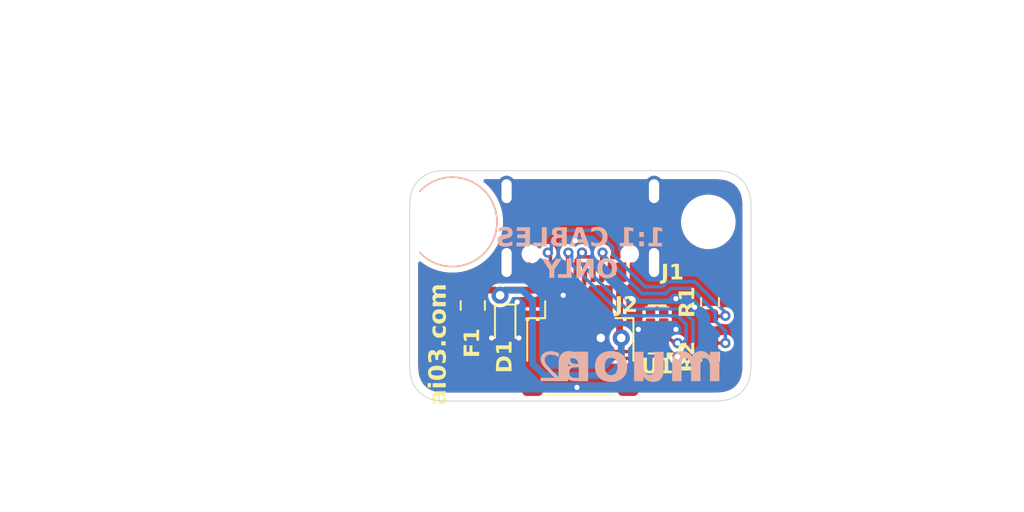
<source format=kicad_pcb>
(kicad_pcb (version 20241229) (generator "pcbnew") (generator_version "9.0")
  (layers (0 "F.Cu" signal) (2 "B.Cu" signal) (13 "F.Paste" user) (15 "B.Paste" user) (5 "F.SilkS" user "F.Silkscreen") (7 "B.SilkS" user "B.Silkscreen") (1 "F.Mask" user) (3 "B.Mask" user) (25 "Edge.Cuts" user))
  (net 0 "")
  (net 1 "+5V")
  (net 2 "GND")
  (net 3 "VBUS")
  (net 4 "CC2")
  (net 5 "D-")
  (net 6 "D+")
  (net 7 "CC1")
  (footprint "Diode_SMD:D_SOD-523" (layer "F.Cu") (at 69.6 59.1 -90)
    (property "Reference" "D1" (at 1.8 0 90) (layer "F.SilkS") (effects (font (size 0.9 0.9) (thickness 0.18) (bold yes))))
    (property "Value" "ESD5Z5V0")
    (fp_line (start 0.7 0.6) (end -1.26 0.6) (stroke (width 0.12)) (layer "F.SilkS"))
    (fp_line (start -1.26 -0.6) (end -1.26 0.6) (stroke (width 0.12)) (layer "F.SilkS"))
    (fp_line (start 0.7 -0.6) (end -1.26 -0.6) (stroke (width 0.12)) (layer "F.SilkS"))
    (pad "1" smd roundrect (at -0.7 0 90) (size 0.6 0.7) (layers "F.Cu" "F.Mask" "F.Paste") (net 1 "+5V"))
    (pad "2" smd roundrect (at 0.7 0 90) (size 0.6 0.7) (layers "F.Cu" "F.Mask" "F.Paste") (net 2 "GND"))
  )
  (footprint "Resistor_SMD:R_0603_1608Metric" (layer "F.Cu") (at 81.6 60.9 -90)
    (property "Reference" "R2" (at 0 1.3 90) (layer "F.SilkS") (effects (font (size 0.9 0.9) (thickness 0.18) (bold yes))))
    (property "Value" "5.1k")
    (fp_line (start -0.237258 0.5225) (end 0.237258 0.5225) (stroke (width 0.12)) (layer "F.SilkS"))
    (fp_line (start -0.237258 -0.5225) (end 0.237258 -0.5225) (stroke (width 0.12)) (layer "F.SilkS"))
    (pad "1" smd roundrect (at -0.825 0 270) (size 0.8 0.95) (layers "F.Cu" "F.Mask" "F.Paste") (net 7 "CC1"))
    (pad "2" smd roundrect (at 0.825 0 270) (size 0.8 0.95) (layers "F.Cu" "F.Mask" "F.Paste") (net 2 "GND"))
  )
  (footprint "Resistor_SMD:R_0603_1608Metric" (layer "F.Cu") (at 81.6 57.7 90)
    (property "Reference" "R1" (at 0 -1.3 90) (layer "F.SilkS") (effects (font (size 0.9 0.9) (thickness 0.18) (bold yes))))
    (property "Value" "5.1k")
    (fp_line (start -0.237258 -0.5225) (end 0.237258 -0.5225) (stroke (width 0.12)) (layer "F.SilkS"))
    (fp_line (start -0.237258 0.5225) (end 0.237258 0.5225) (stroke (width 0.12)) (layer "F.SilkS"))
    (pad "1" smd roundrect (at -0.825 0 90) (size 0.8 0.95) (layers "F.Cu" "F.Mask" "F.Paste") (net 4 "CC2"))
    (pad "2" smd roundrect (at 0.825 0 90) (size 0.8 0.95) (layers "F.Cu" "F.Mask" "F.Paste") (net 2 "GND"))
  )
  (footprint "locallib:MountingHole-M2.5-Simple" (layer "F.Cu") (at 81.5 53)
    (property "Reference" "MH1")
    (property "Value" "Pad-M2.5")
    (pad "" np_thru_hole circle (at 0 0) (size 2.7 2.7) (drill 2.7) (layers "*.Cu" "*.Mask"))
  )
  (footprint "locallib:MountingHole-M2.5-Simple" (layer "F.Cu") (at 66.5 53)
    (property "Reference" "MH2")
    (property "Value" "Pad-M2.5")
    (pad "" np_thru_hole circle (at 0 0) (size 2.7 2.7) (drill 2.7) (layers "*.Cu" "*.Mask") (clearance 1.625))
  )
  (footprint "Fuse:Fuse_0805_2012Metric" (layer "F.Cu") (at 67.7 57.9 -90)
    (property "Reference" "F1" (at 2.2 0 90) (layer "F.SilkS") (effects (font (size 0.9 0.9) (thickness 0.2) (bold yes))))
    (property "Value" "SMD0805-100-16")
    (fp_line (start -0.258578 0.71) (end 0.258578 0.71) (stroke (width 0.12)) (layer "F.SilkS"))
    (fp_line (start -0.258578 -0.71) (end 0.258578 -0.71) (stroke (width 0.12)) (layer "F.SilkS"))
    (pad "1" smd roundrect (at -0.9375 0 270) (size 0.975 1.4) (layers "F.Cu" "F.Mask" "F.Paste") (net 3 "VBUS"))
    (pad "2" smd roundrect (at 0.9375 0 270) (size 0.975 1.4) (layers "F.Cu" "F.Mask" "F.Paste") (net 1 "+5V"))
  )
  (footprint "Package_SON:USON-10_2.5x1.0mm_P0.5mm" (layer "F.Cu") (at 78.5 59.3 180)
    (property "Reference" "U1" (at 0 -2.2 0) (layer "F.SilkS") (effects (font (size 0.9 0.9) (thickness 0.18) (bold yes))))
    (property "Value" "TPD4E05U06DQA")
    (fp_line (start 0.5 1.41) (end -0.5 1.41) (stroke (width 0.12)) (layer "F.SilkS"))
    (fp_line (start 0.5 -1.41) (end -0.29 -1.41) (stroke (width 0.12)) (layer "F.SilkS"))
    (fp_poly (pts (xy -0.62 -1.41) (xy -0.9 -1.41) (xy -0.62 -1.69) (xy -0.62 -1.41)) (stroke (width 0.12)) (fill yes) (layer "F.SilkS"))
    (pad "1" smd roundrect (at -0.385 -1 90) (size 0.3 0.55) (layers "F.Cu" "F.Mask" "F.Paste") (net 5 "D-"))
    (pad "2" smd roundrect (at -0.385 -0.5 90) (size 0.3 0.55) (layers "F.Cu" "F.Mask" "F.Paste") (net 6 "D+"))
    (pad "3" smd roundrect (at -0.385 0 90) (size 0.3 0.55) (layers "F.Cu" "F.Mask" "F.Paste") (net 2 "GND"))
    (pad "4" smd roundrect (at -0.385 0.5 90) (size 0.3 0.55) (layers "F.Cu" "F.Mask" "F.Paste"))
    (pad "5" smd roundrect (at -0.385 1 90) (size 0.3 0.55) (layers "F.Cu" "F.Mask" "F.Paste"))
    (pad "6" smd roundrect (at 0.385 1 90) (size 0.3 0.55) (layers "F.Cu" "F.Mask" "F.Paste"))
    (pad "7" smd roundrect (at 0.385 0.5 90) (size 0.3 0.55) (layers "F.Cu" "F.Mask" "F.Paste"))
    (pad "8" smd roundrect (at 0.385 0 90) (size 0.3 0.55) (layers "F.Cu" "F.Mask" "F.Paste") (net 2 "GND"))
    (pad "9" smd roundrect (at 0.385 -0.5 90) (size 0.3 0.55) (layers "F.Cu" "F.Mask" "F.Paste"))
    (pad "10" smd roundrect (at 0.385 -1 90) (size 0.3 0.55) (layers "F.Cu" "F.Mask" "F.Paste"))
  )
  (footprint "locallib:HRO-TYPE-C-31-M-12-Assembly-Minimal" (layer "F.Cu") (at 74 48.6 180)
    (property "Reference" "J1" (at -5.4 -7.4 180) (layer "F.SilkS") (effects (font (size 0.9 0.9) (thickness 0.2) (bold yes))))
    (property "Value" "HRO_TYPE-C-31-M-12")
    (pad "" np_thru_hole circle (at -2.89 -6.28 180) (size 0.6 0.6) (drill 0.6) (layers "*.Cu" "*.Mask"))
    (pad "" np_thru_hole circle (at 2.89 -6.28 180) (size 0.6 0.6) (drill 0.6) (layers "*.Cu" "*.Mask"))
    (pad "A1" smd roundrect (at -3.2 -7.35 180) (size 0.6 1.15) (layers "F.Cu" "F.Mask" "F.Paste") (roundrect_rratio 0.08333333333) (net 2 "GND"))
    (pad "A4" smd roundrect (at -2.4 -7.35 180) (size 0.6 1.15) (layers "F.Cu" "F.Mask" "F.Paste") (roundrect_rratio 0.08333333333) (net 3 "VBUS"))
    (pad "A5" smd roundrect (at -1.25 -7.35 180) (size 0.3 1.15) (layers "F.Cu" "F.Mask" "F.Paste") (roundrect_rratio 0.1666666667) (net 7 "CC1"))
    (pad "A6" smd roundrect (at -0.25 -7.35 180) (size 0.3 1.15) (layers "F.Cu" "F.Mask" "F.Paste") (roundrect_rratio 0.1666666667) (net 6 "D+"))
    (pad "A7" smd roundrect (at 0.25 -7.35 180) (size 0.3 1.15) (layers "F.Cu" "F.Mask" "F.Paste") (roundrect_rratio 0.1666666667) (net 5 "D-"))
    (pad "A8" smd roundrect (at 1.25 -7.35 180) (size 0.3 1.15) (layers "F.Cu" "F.Mask" "F.Paste") (roundrect_rratio 0.1666666667))
    (pad "A9" smd roundrect (at 2.4 -7.35 180) (size 0.6 1.15) (layers "F.Cu" "F.Mask" "F.Paste") (roundrect_rratio 0.08333333333) (net 3 "VBUS"))
    (pad "A12" smd roundrect (at 3.2 -7.35 180) (size 0.6 1.15) (layers "F.Cu" "F.Mask" "F.Paste") (roundrect_rratio 0.08333333333) (net 2 "GND"))
    (pad "B5" smd roundrect (at 1.75 -7.35 180) (size 0.3 1.15) (layers "F.Cu" "F.Mask" "F.Paste") (roundrect_rratio 0.1666666667) (net 4 "CC2"))
    (pad "B6" smd roundrect (at 0.75 -7.35 180) (size 0.3 1.15) (layers "F.Cu" "F.Mask" "F.Paste") (roundrect_rratio 0.1666666667) (net 6 "D+"))
    (pad "B7" smd roundrect (at -0.75 -7.35 180) (size 0.3 1.15) (layers "F.Cu" "F.Mask" "F.Paste") (roundrect_rratio 0.1666666667) (net 5 "D-"))
    (pad "B8" smd roundrect (at -1.75 -7.35 180) (size 0.3 1.15) (layers "F.Cu" "F.Mask" "F.Paste") (roundrect_rratio 0.1666666667))
    (pad "S1" thru_hole oval (at -4.32 -6.78 180) (size 1 2.1) (drill oval 0.6 1.7) (layers "*.Cu" "*.Mask") (net 2 "GND"))
    (pad "S1" thru_hole oval (at -4.32 -2.6 180) (size 1 1.8) (drill oval 0.6 1.4) (layers "*.Cu" "*.Mask") (net 2 "GND"))
    (pad "S1" thru_hole oval (at 4.32 -6.78 180) (size 1 2.1) (drill oval 0.6 1.7) (layers "*.Cu" "*.Mask") (net 2 "GND"))
    (pad "S1" thru_hole oval (at 4.32 -2.6 180) (size 1 1.8) (drill oval 0.6 1.4) (layers "*.Cu" "*.Mask") (net 2 "GND"))
  )
  (footprint "locallib:JST_SH_SM04B-SRSS-TB_1x04-1MP_P1.00mm_Horizontal_SmallerPads" (layer "F.Cu") (at 74 60.425)
    (property "Reference" "J2" (at 2.7 -2.525 0) (layer "F.SilkS") (effects (font (size 0.9 0.9) (thickness 0.18) (bold yes))))
    (property "Value" "SM04B-SRSS-TB")
    (fp_line (start -3.11 -1.785) (end -2.06 -1.785) (stroke (width 0.12)) (layer "F.SilkS"))
    (fp_line (start -3.11 0.715) (end -3.11 -1.785) (stroke (width 0.12)) (layer "F.SilkS"))
    (fp_line (start -2.06 -1.785) (end -2.06 -2.775) (stroke (width 0.12)) (layer "F.SilkS"))
    (fp_line (start -1.94 2.685) (end 1.94 2.685) (stroke (width 0.12)) (layer "F.SilkS"))
    (fp_line (start 3.11 -1.785) (end 2.06 -1.785) (stroke (width 0.12)) (layer "F.SilkS"))
    (fp_line (start 3.11 0.715) (end 3.11 -1.785) (stroke (width 0.12)) (layer "F.SilkS"))
    (pad "1" smd roundrect (at -1.5 -1.95) (size 0.6 1.45) (layers "F.Cu" "F.Mask" "F.Paste") (net 1 "+5V"))
    (pad "2" smd roundrect (at -0.5 -1.95) (size 0.6 1.45) (layers "F.Cu" "F.Mask" "F.Paste") (net 5 "D-"))
    (pad "3" smd roundrect (at 0.5 -1.95) (size 0.6 1.45) (layers "F.Cu" "F.Mask" "F.Paste") (net 6 "D+"))
    (pad "4" smd roundrect (at 1.5 -1.95) (size 0.6 1.45) (layers "F.Cu" "F.Mask" "F.Paste") (net 2 "GND"))
    (pad "MP" smd roundrect (at -2.8 1.875) (size 1.2 1.8) (layers "F.Cu" "F.Mask" "F.Paste") (roundrect_rratio 0.208333) (net 2 "GND"))
    (pad "MP" smd roundrect (at 2.8 1.875) (size 1.2 1.8) (layers "F.Cu" "F.Mask" "F.Paste") (roundrect_rratio 0.208333) (net 2 "GND"))
  )
  (gr_arc (start 64.6 51.2) (mid 69.11725 52.999999) (end 64.600001 54.800001) (stroke (width 0.1)) (layer "F.SilkS"))
  (gr_arc (start 64.600001 51.199999) (mid 69.11725 53.000001) (end 64.6 54.8) (stroke (width 0.1)) (layer "B.SilkS"))
  (gr_curve (pts (xy 64 52.3625) (xy 64 52.01475) (xy 64 51.673825) (xy 64.08865 51.340243)) (stroke (width 0.05)) (layer "Edge.Cuts"))
  (gr_curve (pts (xy 82.659757 50.08865) (xy 82.837809 50.135968) (xy 83.06483 50.222059) (xy 83.288736 50.39374)) (stroke (width 0.05)) (layer "Edge.Cuts"))
  (gr_curve (pts (xy 65.523723 50.048404) (xy 65.79835 50) (xy 66.077101 50) (xy 66.3625 50)) (stroke (width 0.05)) (layer "Edge.Cuts"))
  (gr_line (start 84 61.1375) (end 84 52.3625) (stroke (width 0.05)) (layer "Edge.Cuts"))
  (gr_curve (pts (xy 83.288736 50.39374) (xy 83.45357 50.520129) (xy 83.606662 50.684994) (xy 83.726314 50.890176)) (stroke (width 0.05)) (layer "Edge.Cuts"))
  (gr_curve (pts (xy 65.340243 63.41135) (xy 65.162191 63.364032) (xy 64.93517 63.277941) (xy 64.711264 63.10626)) (stroke (width 0.05)) (layer "Edge.Cuts"))
  (gr_curve (pts (xy 83.109824 63.226314) (xy 82.893295 63.352582) (xy 82.674241 63.416703) (xy 82.476277 63.451596)) (stroke (width 0.05)) (layer "Edge.Cuts"))
  (gr_curve (pts (xy 81.6375 50) (xy 81.98525 50) (xy 82.326175 50) (xy 82.659757 50.08865)) (stroke (width 0.05)) (layer "Edge.Cuts"))
  (gr_curve (pts (xy 66.3625 63.5) (xy 66.01475 63.5) (xy 65.673825 63.5) (xy 65.340243 63.41135)) (stroke (width 0.05)) (layer "Edge.Cuts"))
  (gr_curve (pts (xy 83.726314 50.890176) (xy 83.852582 51.106705) (xy 83.916703 51.325759) (xy 83.951596 51.523723)) (stroke (width 0.05)) (layer "Edge.Cuts"))
  (gr_curve (pts (xy 64.711264 63.10626) (xy 64.54643 62.979871) (xy 64.393338 62.815006) (xy 64.273686 62.609824)) (stroke (width 0.05)) (layer "Edge.Cuts"))
  (gr_curve (pts (xy 83.60626 62.788736) (xy 83.479871 62.95357) (xy 83.315006 63.106662) (xy 83.109824 63.226314)) (stroke (width 0.05)) (layer "Edge.Cuts"))
  (gr_curve (pts (xy 64.048404 61.976277) (xy 64 61.70165) (xy 64 61.422899) (xy 64 61.1375)) (stroke (width 0.05)) (layer "Edge.Cuts"))
  (gr_curve (pts (xy 64.890176 50.273686) (xy 65.106705 50.147418) (xy 65.325759 50.083297) (xy 65.523723 50.048404)) (stroke (width 0.05)) (layer "Edge.Cuts"))
  (gr_line (start 66.3625 63.5) (end 81.6375 63.5) (stroke (width 0.05)) (layer "Edge.Cuts"))
  (gr_curve (pts (xy 64.08865 51.340243) (xy 64.135968 51.162191) (xy 64.222059 50.93517) (xy 64.39374 50.711264)) (stroke (width 0.05)) (layer "Edge.Cuts"))
  (gr_curve (pts (xy 84 61.1375) (xy 84 61.48525) (xy 84 61.826175) (xy 83.91135 62.159757)) (stroke (width 0.05)) (layer "Edge.Cuts"))
  (gr_curve (pts (xy 64.273686 62.609824) (xy 64.147418 62.393295) (xy 64.083297 62.174241) (xy 64.048404 61.976277)) (stroke (width 0.05)) (layer "Edge.Cuts"))
  (gr_curve (pts (xy 83.951596 51.523723) (xy 84 51.79835) (xy 84 52.077101) (xy 84 52.3625)) (stroke (width 0.05)) (layer "Edge.Cuts"))
  (gr_curve (pts (xy 83.91135 62.159757) (xy 83.864032 62.337809) (xy 83.777941 62.56483) (xy 83.60626 62.788736)) (stroke (width 0.05)) (layer "Edge.Cuts"))
  (gr_line (start 81.6375 50) (end 66.3625 50) (stroke (width 0.05)) (layer "Edge.Cuts"))
  (gr_curve (pts (xy 64.39374 50.711264) (xy 64.520129 50.54643) (xy 64.684994 50.393338) (xy 64.890176 50.273686)) (stroke (width 0.05)) (layer "Edge.Cuts"))
  (gr_curve (pts (xy 82.476277 63.451596) (xy 82.20165 63.5) (xy 81.922899 63.5) (xy 81.6375 63.5)) (stroke (width 0.05)) (layer "Edge.Cuts"))
  (gr_line (start 64 52.3625) (end 64 61.1375) (stroke (width 0.05)) (layer "Edge.Cuts"))
  (gr_text "ai03.com" (at 65.7 56.6 90) (layer "F.SilkS") (effects (font (size 1 1) (thickness 0.2) (bold yes) (italic yes)) (justify right)))
  (gr_text "B2" (at 74.56 61.63 0) (layer "B.SilkS") (effects (font (size 1.69 1.69) (thickness 0.16875) (italic yes)) (justify left mirror)))
  (gr_text "1:1 CABLES\nONLY" (at 74 54.9 0) (layer "B.SilkS") (effects (font (size 1.1 1.1) (thickness 0.25) (bold yes) (italic yes)) (justify mirror)))
  (gr_text "muon" (at 82.41 61.4 0) (layer "B.SilkS") (effects (font (size 2.25 2.25) (thickness 0.35) (bold yes) (italic yes)) (justify left mirror)))
  (segment (start 69.5 58.4) (end 72.425 58.4) (width 0.4) (layer "F.Cu") (net 1))
  (segment (start 67.7 58.8375) (end 69.0625 58.8375) (width 0.4) (layer "F.Cu") (net 1))
  (segment (start 72.425 58.4) (end 72.5 58.475) (width 0.4) (layer "F.Cu") (net 1))
  (segment (start 69.0625 58.8375) (end 69.5 58.4) (width 0.4) (layer "F.Cu") (net 1))
  (segment (start 78.885 59.3) (end 79.6 59.3) (width 0.2) (layer "F.Cu") (net 2))
  (segment (start 77.4 59.3) (end 78.115 59.3) (width 0.2) (layer "F.Cu") (net 2))
  (via (at 73.8 62.7) (size 0.6) (drill 0.3) (layers "F.Cu" "B.Cu") (net 2))
  (via (at 73.7 54.1) (size 0.6) (drill 0.3) (layers "F.Cu" "B.Cu") (net 2))
  (via (at 80.7 58) (size 0.6) (drill 0.3) (layers "F.Cu" "B.Cu") (net 2))
  (via (at 77.4 59.3) (size 0.6) (drill 0.3) (layers "F.Cu" "B.Cu") (net 2))
  (via (at 79.6 59.3) (size 0.6) (drill 0.3) (layers "F.Cu" "B.Cu") (net 2))
  (via (at 73 57.3) (size 0.6) (drill 0.3) (layers "F.Cu" "B.Cu") (net 2))
  (via (at 70.3 57.7) (size 0.6) (drill 0.3) (layers "F.Cu" "B.Cu") (net 2))
  (via (at 68.8 59.8) (size 0.6) (drill 0.3) (layers "F.Cu" "B.Cu") (net 2))
  (via (at 79.6 57.5) (size 0.6) (drill 0.3) (layers "F.Cu" "B.Cu") (net 2))
  (via (at 70.4 59.8) (size 0.6) (drill 0.3) (layers "F.Cu" "B.Cu") (net 2))
  (via (at 75.2 59.8) (size 1) (drill 0.5) (layers "F.Cu" "B.Cu") (net 2))
  (via (at 77 57.5) (size 0.6) (drill 0.3) (layers "F.Cu" "B.Cu") (net 2))
  (segment (start 69 57) (end 69.3 57.3) (width 0.4) (layer "F.Cu") (net 3))
  (segment (start 69.6 57) (end 69.3 57.3) (width 0.4) (layer "F.Cu") (net 3))
  (segment (start 76.4 59.6) (end 76.3 59.5) (width 0.4) (layer "F.Cu") (net 3))
  (segment (start 76.3 56.05) (end 76.4 55.95) (width 0.4) (layer "F.Cu") (net 3))
  (segment (start 67.7375 57) (end 69 57) (width 0.4) (layer "F.Cu") (net 3))
  (segment (start 76.3 59.5) (end 76.3 56.05) (width 0.4) (layer "F.Cu") (net 3))
  (segment (start 76.4 59.8) (end 76.4 59.6) (width 0.4) (layer "F.Cu") (net 3))
  (segment (start 71.3 57) (end 69.6 57) (width 0.4) (layer "F.Cu") (net 3))
  (segment (start 71.6 55.95) (end 71.6 56.7) (width 0.4) (layer "F.Cu") (net 3))
  (segment (start 71.6 56.7) (end 71.3 57) (width 0.4) (layer "F.Cu") (net 3))
  (segment (start 67.7 56.9625) (end 67.7375 57) (width 0.4) (layer "F.Cu") (net 3))
  (via (at 69.3 57.3) (size 1) (drill 0.5) (layers "F.Cu" "B.Cu") (net 3))
  (via (at 76.4 59.8) (size 1) (drill 0.5) (layers "F.Cu" "B.Cu") (net 3))
  (segment (start 71.9 62) (end 75.7 62) (width 0.4) (layer "B.Cu") (net 3))
  (segment (start 70.6 57) (end 71.2 57.6) (width 0.4) (layer "B.Cu") (net 3))
  (segment (start 75.7 62) (end 76.4 61.3) (width 0.4) (layer "B.Cu") (net 3))
  (segment (start 71.2 57.6) (end 71.2 61.3) (width 0.4) (layer "B.Cu") (net 3))
  (segment (start 69.6 57) (end 70.6 57) (width 0.4) (layer "B.Cu") (net 3))
  (segment (start 69.3 57.3) (end 69.6 57) (width 0.4) (layer "B.Cu") (net 3))
  (segment (start 71.2 61.3) (end 71.9 62) (width 0.4) (layer "B.Cu") (net 3))
  (segment (start 76.4 61.3) (end 76.4 59.8) (width 0.4) (layer "B.Cu") (net 3))
  (segment (start 72.1 54.8) (end 72.1 54.9) (width 0.2) (layer "F.Cu") (net 4))
  (segment (start 72.25 55.05) (end 72.25 55.95) (width 0.2) (layer "F.Cu") (net 4))
  (segment (start 82.475 58.525) (end 82.5 58.5) (width 0.2) (layer "F.Cu") (net 4))
  (segment (start 81.6 58.525) (end 82.475 58.525) (width 0.2) (layer "F.Cu") (net 4))
  (segment (start 72.1 54.9) (end 72.25 55.05) (width 0.2) (layer "F.Cu") (net 4))
  (via (at 72.1 54.8) (size 0.6) (drill 0.3) (layers "F.Cu" "B.Cu") (net 4))
  (via (at 82.5 58.5) (size 0.6) (drill 0.3) (layers "F.Cu" "B.Cu") (net 4))
  (segment (start 72.3 54.6) (end 72.1 54.8) (width 0.2) (layer "B.Cu") (net 4))
  (segment (start 82.5 58.3) (end 80.7 56.5) (width 0.2) (layer "B.Cu") (net 4))
  (segment (start 75.9 54.9) (end 75.9 54.5) (width 0.2) (layer "B.Cu") (net 4))
  (segment (start 72.3 54.2) (end 72.3 54.6) (width 0.2) (layer "B.Cu") (net 4))
  (segment (start 80.7 56.5) (end 79.1 56.5) (width 0.2) (layer "B.Cu") (net 4))
  (segment (start 82.5 58.5) (end 82.5 58.3) (width 0.2) (layer "B.Cu") (net 4))
  (segment (start 77.8 56.8) (end 75.9 54.9) (width 0.2) (layer "B.Cu") (net 4))
  (segment (start 78.8 56.8) (end 77.8 56.8) (width 0.2) (layer "B.Cu") (net 4))
  (segment (start 79.1 56.5) (end 78.8 56.8) (width 0.2) (layer "B.Cu") (net 4))
  (segment (start 73 53.5) (end 72.3 54.2) (width 0.2) (layer "B.Cu") (net 4))
  (segment (start 75.9 54.5) (end 74.9 53.5) (width 0.2) (layer "B.Cu") (net 4))
  (segment (start 74.9 53.5) (end 73 53.5) (width 0.2) (layer "B.Cu") (net 4))
  (segment (start 73.5 58.475) (end 73.5 58.9) (width 0.2) (layer "F.Cu") (net 5))
  (segment (start 74.6 61) (end 74 60.4) (width 0.2) (layer "F.Cu") (net 5))
  (segment (start 74.75 55.25) (end 74.55 55.05) (width 0.2) (layer "F.Cu") (net 5))
  (segment (start 74.1 54.8) (end 74.1 54.9) (width 0.2) (layer "F.Cu") (net 5))
  (segment (start 78.885 60.3) (end 79 60.3) (width 0.2) (layer "F.Cu") (net 5))
  (segment (start 79 60.3) (end 79.3 60.6) (width 0.2) (layer "F.Cu") (net 5))
  (segment (start 74.1 54.9) (end 73.95 55.05) (width 0.2) (layer "F.Cu") (net 5))
  (segment (start 74.55 55.05) (end 73.95 55.05) (width 0.2) (layer "F.Cu") (net 5))
  (segment (start 73.75 55.25) (end 73.75 55.95) (width 0.2) (layer "F.Cu") (net 5))
  (segment (start 74.75 55.95) (end 74.75 55.25) (width 0.2) (layer "F.Cu") (net 5))
  (segment (start 73.95 55.05) (end 73.75 55.25) (width 0.2) (layer "F.Cu") (net 5))
  (segment (start 77.2 61) (end 74.6 61) (width 0.2) (layer "F.Cu") (net 5))
  (segment (start 77.9 60.3) (end 77.2 61) (width 0.2) (layer "F.Cu") (net 5))
  (segment (start 79.3 60.6) (end 79.6 60.9) (width 0.2) (layer "F.Cu") (net 5))
  (segment (start 73.5 58.9) (end 74 59.4) (width 0.2) (layer "F.Cu") (net 5))
  (segment (start 74 60.4) (end 74 59.4) (width 0.2) (layer "F.Cu") (net 5))
  (segment (start 79.6 60.9) (end 79.7 60.9) (width 0.2) (layer "F.Cu") (net 5))
  (segment (start 78.885 60.3) (end 77.9 60.3) (width 0.2) (layer "F.Cu") (net 5))
  (via (at 74.1 54.8) (size 0.6) (drill 0.3) (layers "F.Cu" "B.Cu") (net 5))
  (via (at 79.7 60.9) (size 0.6) (drill 0.3) (layers "F.Cu" "B.Cu") (net 5))
  (segment (start 79.9 58.1) (end 80.6 58.8) (width 0.2) (layer "B.Cu") (net 5))
  (segment (start 74.1 54.8) (end 73.9 55) (width 0.2) (layer "B.Cu") (net 5))
  (segment (start 79.8 60.9) (end 79.7 60.9) (width 0.2) (layer "B.Cu") (net 5))
  (segment (start 73.9 55.3) (end 76.7 58.1) (width 0.2) (layer "B.Cu") (net 5))
  (segment (start 73.9 55) (end 73.9 55.3) (width 0.2) (layer "B.Cu") (net 5))
  (segment (start 76.7 58.1) (end 79.9 58.1) (width 0.2) (layer "B.Cu") (net 5))
  (segment (start 80.6 60.1) (end 79.8 60.9) (width 0.2) (layer "B.Cu") (net 5))
  (segment (start 80.6 58.8) (end 80.6 60.1) (width 0.2) (layer "B.Cu") (net 5))
  (segment (start 77 60.6) (end 74.8 60.6) (width 0.2) (layer "F.Cu") (net 6))
  (segment (start 78.885 59.8) (end 77.8 59.8) (width 0.2) (layer "F.Cu") (net 6))
  (segment (start 73.25 55.95) (end 73.25 56.65) (width 0.2) (layer "F.Cu") (net 6))
  (segment (start 74.25 56.65) (end 74.25 55.95) (width 0.2) (layer "F.Cu") (net 6))
  (segment (start 77.8 59.8) (end 77 60.6) (width 0.2) (layer "F.Cu") (net 6))
  (segment (start 73.25 56.65) (end 73.45 56.85) (width 0.2) (layer "F.Cu") (net 6))
  (segment (start 73.45 56.85) (end 74.05 56.85) (width 0.2) (layer "F.Cu") (net 6))
  (segment (start 74.8 60.6) (end 74.4 60.2) (width 0.2) (layer "F.Cu") (net 6))
  (segment (start 74.4 58.575) (end 74.5 58.475) (width 0.2) (layer "F.Cu") (net 6))
  (segment (start 74.05 56.85) (end 74.25 56.65) (width 0.2) (layer "F.Cu") (net 6))
  (segment (start 74.4 60.2) (end 74.4 58.575) (width 0.2) (layer "F.Cu") (net 6))
  (segment (start 79.2 59.8) (end 79.5 60.1) (width 0.2) (layer "F.Cu") (net 6))
  (segment (start 79.5 60.1) (end 79.7 60.1) (width 0.2) (layer "F.Cu") (net 6))
  (segment (start 73.25 54.85) (end 73.25 55.95) (width 0.2) (layer "F.Cu") (net 6))
  (segment (start 73.3 54.8) (end 73.25 54.85) (width 0.2) (layer "F.Cu") (net 6))
  (segment (start 78.885 59.8) (end 79.2 59.8) (width 0.2) (layer "F.Cu") (net 6))
  (via (at 73.3 54.8) (size 0.6) (drill 0.3) (layers "F.Cu" "B.Cu") (net 6))
  (via (at 79.7 60.1) (size 0.6) (drill 0.3) (layers "F.Cu" "B.Cu") (net 6))
  (segment (start 73.5 55) (end 73.5 55.5) (width 0.2) (layer "B.Cu") (net 6))
  (segment (start 79.7 58.5) (end 80.2 59) (width 0.2) (layer "B.Cu") (net 6))
  (segment (start 76.5 58.5) (end 79.7 58.5) (width 0.2) (layer "B.Cu") (net 6))
  (segment (start 73.3 54.8) (end 73.5 55) (width 0.2) (layer "B.Cu") (net 6))
  (segment (start 80.2 59.9) (end 80 60.1) (width 0.2) (layer "B.Cu") (net 6))
  (segment (start 73.5 55.5) (end 76.5 58.5) (width 0.2) (layer "B.Cu") (net 6))
  (segment (start 80.2 59) (end 80.2 59.9) (width 0.2) (layer "B.Cu") (net 6))
  (segment (start 80 60.1) (end 79.7 60.1) (width 0.2) (layer "B.Cu") (net 6))
  (segment (start 75.25 54.85) (end 75.25 55.95) (width 0.2) (layer "F.Cu") (net 7))
  (segment (start 81.625 60.1) (end 81.6 60.075) (width 0.2) (layer "F.Cu") (net 7))
  (segment (start 75.3 54.8) (end 75.25 54.85) (width 0.2) (layer "F.Cu") (net 7))
  (segment (start 82.5 60.1) (end 81.625 60.1) (width 0.2) (layer "F.Cu") (net 7))
  (via (at 75.3 54.8) (size 0.6) (drill 0.3) (layers "F.Cu" "B.Cu") (net 7))
  (via (at 82.5 60.1) (size 0.6) (drill 0.3) (layers "F.Cu" "B.Cu") (net 7))
  (segment (start 79 57.2) (end 79.3 56.9) (width 0.2) (layer "B.Cu") (net 7))
  (segment (start 79.3 56.9) (end 80.5 56.9) (width 0.2) (layer "B.Cu") (net 7))
  (segment (start 82.5 59.4) (end 81.9 58.8) (width 0.2) (layer "B.Cu") (net 7))
  (segment (start 77.6 57.2) (end 79 57.2) (width 0.2) (layer "B.Cu") (net 7))
  (segment (start 82.5 60.1) (end 82.5 59.4) (width 0.2) (layer "B.Cu") (net 7))
  (segment (start 81.9 58.3) (end 81.9 58.8) (width 0.2) (layer "B.Cu") (net 7))
  (segment (start 75.3 54.9) (end 77.6 57.2) (width 0.2) (layer "B.Cu") (net 7))
  (segment (start 80.5 56.9) (end 81.9 58.3) (width 0.2) (layer "B.Cu") (net 7))
  (segment (start 75.3 54.8) (end 75.3 54.9) (width 0.2) (layer "B.Cu") (net 7))
  (zone (net 2) (net_name "GND") (layers "F.Cu" "B.Cu") (connect_pads yes (clearance 0.2)) (min_thickness 0.2) (fill yes (thermal_gap 0.5) (thermal_bridge_width 0.5))
    (polygon (pts (xy 40 40) (xy 100 40) (xy 100 70) (xy 40 70)))
  )
)
</source>
